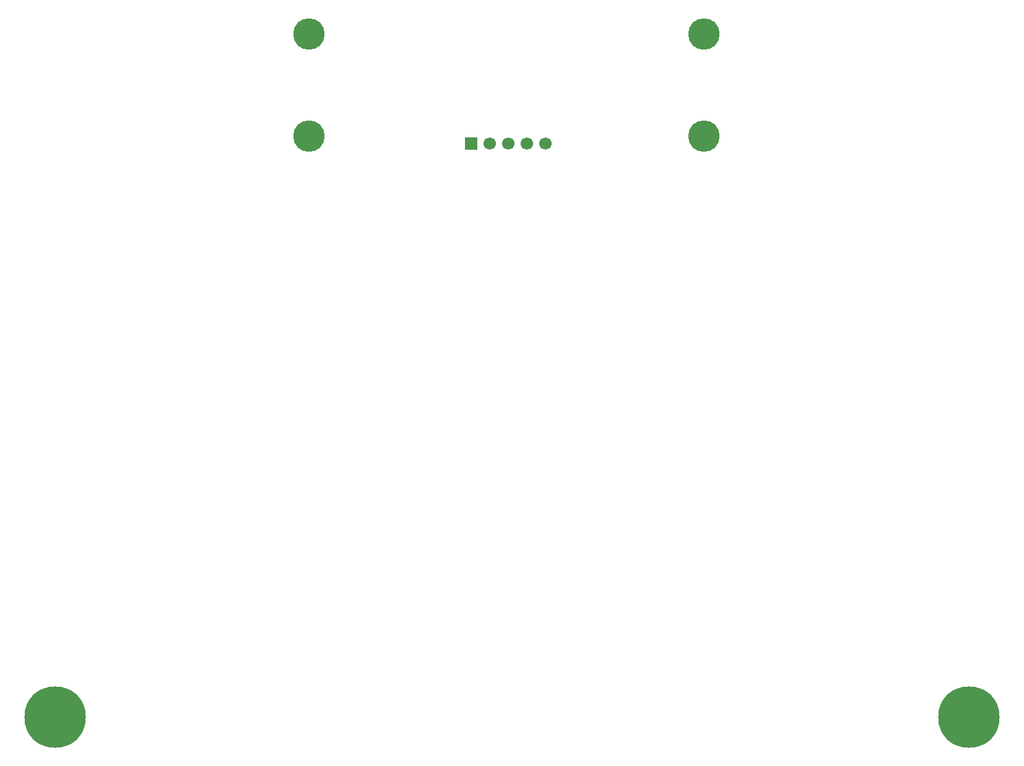
<source format=gbr>
%TF.GenerationSoftware,KiCad,Pcbnew,9.0.1*%
%TF.CreationDate,2025-05-06T09:20:45+02:00*%
%TF.ProjectId,lijnsensor V2 met IO_expander,6c696a6e-7365-46e7-936f-72205632206d,rev?*%
%TF.SameCoordinates,Original*%
%TF.FileFunction,Soldermask,Bot*%
%TF.FilePolarity,Negative*%
%FSLAX46Y46*%
G04 Gerber Fmt 4.6, Leading zero omitted, Abs format (unit mm)*
G04 Created by KiCad (PCBNEW 9.0.1) date 2025-05-06 09:20:45*
%MOMM*%
%LPD*%
G01*
G04 APERTURE LIST*
%ADD10C,8.400000*%
%ADD11R,1.700000X1.700000*%
%ADD12C,1.700000*%
%ADD13C,4.300000*%
G04 APERTURE END LIST*
D10*
%TO.C,H5*%
X56000000Y-150000000D03*
%TD*%
D11*
%TO.C,J2*%
X112920000Y-71500000D03*
D12*
X115460000Y-71500000D03*
X118000000Y-71500000D03*
X120540000Y-71500000D03*
X123080000Y-71500000D03*
%TD*%
D13*
%TO.C,H4*%
X90750000Y-70500000D03*
%TD*%
%TO.C,H2*%
X144750000Y-56500000D03*
%TD*%
%TO.C,H3*%
X90750000Y-56500000D03*
%TD*%
D10*
%TO.C,H6*%
X181000000Y-150000000D03*
%TD*%
D13*
%TO.C,H1*%
X144750000Y-70500000D03*
%TD*%
M02*

</source>
